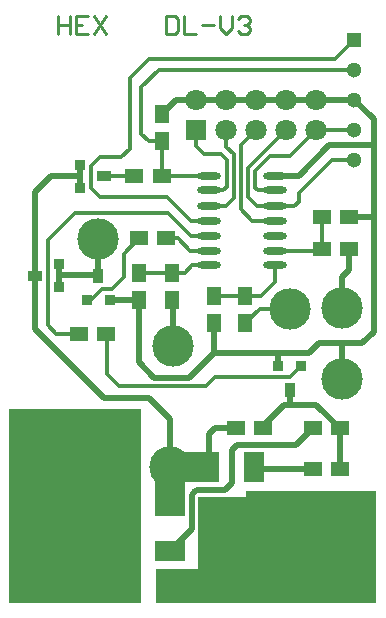
<source format=gtl>
%FSLAX42Y42*%
%MOMM*%
G71*
G01*
G75*
G04 Layer_Physical_Order=1*
G04 Layer_Color=255*
%ADD10R,1.25X0.90*%
%ADD11R,0.90X0.90*%
%ADD12R,0.90X1.25*%
%ADD13R,0.90X0.90*%
%ADD14O,2.00X0.60*%
%ADD15R,1.50X1.25*%
%ADD16R,1.25X1.50*%
%ADD17R,2.54X1.78*%
%ADD18R,7.62X5.59*%
%ADD19R,1.78X2.54*%
%ADD20R,5.59X7.62*%
%ADD21C,0.50*%
%ADD22C,0.35*%
%ADD23C,2.50*%
%ADD24C,0.30*%
%ADD25C,0.25*%
%ADD26R,11.20X16.40*%
%ADD27R,9.90X3.00*%
%ADD28R,11.10X9.60*%
%ADD29C,1.30*%
%ADD30R,1.30X1.30*%
%ADD31C,3.50*%
%ADD32R,1.80X1.80*%
%ADD33C,1.80*%
D10*
X10855Y8655D02*
D03*
X10265Y7815D02*
D03*
D11*
X10650Y8560D02*
D03*
Y8750D02*
D03*
X10470Y7910D02*
D03*
Y7720D02*
D03*
D12*
X12425Y6845D02*
D03*
X10805Y7815D02*
D03*
D13*
X12330Y7050D02*
D03*
X12520D02*
D03*
X10900Y7610D02*
D03*
X10710D02*
D03*
D14*
X12300Y8660D02*
D03*
Y8535D02*
D03*
Y8405D02*
D03*
Y8280D02*
D03*
Y8150D02*
D03*
Y8025D02*
D03*
Y7900D02*
D03*
X11740D02*
D03*
Y8025D02*
D03*
Y8150D02*
D03*
Y8280D02*
D03*
Y8405D02*
D03*
Y8535D02*
D03*
Y8660D02*
D03*
D15*
X11110D02*
D03*
X11340D02*
D03*
X12850Y6180D02*
D03*
X12620D02*
D03*
X12200Y6520D02*
D03*
X11970D02*
D03*
X12850D02*
D03*
X12620D02*
D03*
X10870Y7320D02*
D03*
X10640D02*
D03*
X12700Y8310D02*
D03*
X12930D02*
D03*
X11150Y8130D02*
D03*
X11380D02*
D03*
X12930Y8040D02*
D03*
X12700D02*
D03*
D16*
X11340Y8950D02*
D03*
Y9180D02*
D03*
X11780Y7410D02*
D03*
Y7640D02*
D03*
X11150Y7840D02*
D03*
Y7610D02*
D03*
X12050Y7410D02*
D03*
Y7640D02*
D03*
X11430Y7610D02*
D03*
Y7840D02*
D03*
D17*
X11410Y5861D02*
D03*
Y5480D02*
D03*
D18*
X10775Y5671D02*
D03*
D19*
X11739Y6190D02*
D03*
X12120D02*
D03*
D20*
X11929Y5555D02*
D03*
D21*
X11465Y9305D02*
X12970D01*
X13135Y8920D02*
Y9140D01*
X12970Y9305D02*
X13135Y9140D01*
X12380Y6720D02*
X12650D01*
X12200Y6520D02*
Y6540D01*
X12380Y6720D01*
X12650D02*
X12850Y6520D01*
X12870Y7240D02*
X13040D01*
X12670D02*
X12870D01*
Y6940D02*
Y7240D01*
X13040D02*
X13135Y7335D01*
X12590Y7160D02*
X12670Y7240D01*
X11780Y7160D02*
X12590D01*
X10265Y7365D02*
Y7815D01*
X11410Y6190D02*
Y6600D01*
X11230Y6780D02*
X11410Y6600D01*
X10850Y6780D02*
X11230D01*
X10265Y7365D02*
X10850Y6780D01*
X12330Y7050D02*
Y7160D01*
X12425Y6725D02*
Y6845D01*
X11980Y6380D02*
X12480D01*
X12620Y6520D01*
X12850Y6180D02*
Y6520D01*
X11940Y6340D02*
X11980Y6380D01*
X11940Y6060D02*
Y6340D01*
X11880Y6000D02*
X11940Y6060D01*
X11640Y6000D02*
X11880D01*
X11631Y5991D02*
X11640Y6000D01*
X11627Y5991D02*
X11631D01*
X11595Y5959D02*
X11627Y5991D01*
X11595Y5665D02*
Y5959D01*
X11410Y5480D02*
X11595Y5665D01*
X11430Y7610D02*
X11440Y7600D01*
Y7220D02*
Y7600D01*
X10900Y7610D02*
X11150D01*
X11739Y6190D02*
Y6469D01*
X11790Y6520D01*
X11970D01*
X12120Y6190D02*
X12130Y6180D01*
X12620D01*
X10265Y7815D02*
Y8520D01*
X12870Y7540D02*
Y7800D01*
X12930Y7860D01*
Y8040D01*
X10400Y8655D02*
X10650D01*
X10265Y8520D02*
X10400Y8655D01*
X10650D02*
Y8750D01*
Y8560D02*
Y8655D01*
X10470Y7820D02*
Y7910D01*
Y7720D02*
Y7820D01*
X10800Y8120D02*
X10805Y8115D01*
Y7815D02*
Y8115D01*
X10470Y7820D02*
X10800D01*
X10805Y7815D01*
X11150Y7080D02*
Y7610D01*
Y7080D02*
X11280Y6950D01*
X11570D01*
X11780Y7160D01*
Y7410D01*
X13135Y8310D02*
Y8920D01*
Y7335D02*
Y8310D01*
X12930D02*
X13135D01*
X11340Y9180D02*
X11465Y9305D01*
X12760Y8920D02*
X13135D01*
X12500Y8660D02*
X12760Y8920D01*
X12300Y8660D02*
X12500D01*
D22*
X12425Y6955D02*
X12520Y7050D01*
X11795Y6955D02*
X12425D01*
X11718Y6878D02*
X11795Y6955D01*
X10982Y6878D02*
X11718D01*
X10875Y6985D02*
X10982Y6878D01*
X10875Y6985D02*
Y7315D01*
X10870Y7320D02*
X10875Y7315D01*
X12050Y7410D02*
X12170Y7530D01*
X12430D01*
X12700Y8040D02*
Y8310D01*
X12685Y8025D02*
X12700Y8040D01*
X12300Y8025D02*
X12685D01*
X12300Y7760D02*
Y7900D01*
X12180Y7640D02*
X12300Y7760D01*
X12050Y7640D02*
X12180D01*
X11780D02*
X12050D01*
X11430Y7840D02*
X11540D01*
X11150D02*
X11430D01*
X11600Y7900D02*
X11740D01*
X11540Y7840D02*
X11600Y7900D01*
X10603Y8343D02*
X11397D01*
X10378Y7393D02*
X10450Y7320D01*
X10378Y7393D02*
Y8118D01*
X10603Y8343D01*
X11397D02*
X11590Y8150D01*
X11740D01*
X10820Y8480D02*
X11390D01*
X11590Y8280D01*
X11740D01*
X11585Y8025D02*
X11740D01*
X11480Y8130D02*
X11585Y8025D01*
X11380Y8130D02*
X11480D01*
X11020Y8000D02*
X11150Y8130D01*
X11020Y7800D02*
Y8000D01*
X10922Y7703D02*
X11020Y7800D01*
X10835Y7703D02*
X10922D01*
X10743Y7610D02*
X10835Y7703D01*
X10710Y7610D02*
X10743D01*
X10450Y7320D02*
X10640D01*
X10860Y8660D02*
X11110D01*
X10820Y8820D02*
X11000D01*
X11070Y8890D02*
Y9490D01*
X10745Y8555D02*
X10820Y8480D01*
X10745Y8555D02*
Y8745D01*
X10820Y8820D01*
X11000D02*
X11070Y8890D01*
Y9490D02*
X11230Y9650D01*
X12810D01*
X12970Y9810D01*
X12785Y8795D02*
X12970D01*
X12500Y8440D02*
Y8510D01*
X12785Y8795D01*
X11315Y9555D02*
X12970D01*
X11230Y8950D02*
X11340D01*
X11170Y9010D02*
X11230Y8950D01*
X11170Y9010D02*
Y9410D01*
X11315Y9555D01*
X11340Y8680D02*
Y8950D01*
X11360Y8660D02*
X11740D01*
X11340Y8680D02*
X11360Y8660D01*
X12300Y8405D02*
X12465D01*
X12500Y8440D01*
X12646Y9050D02*
X12970D01*
X12426Y8830D02*
X12646Y9050D01*
X12260Y8830D02*
X12426D01*
X12155Y8535D02*
X12300D01*
X12132Y8702D02*
X12260Y8830D01*
X12132Y8557D02*
Y8702D01*
Y8557D02*
X12155Y8535D01*
D23*
X12170Y5560D02*
X12440D01*
X10780Y5920D02*
Y6190D01*
X11410D02*
X11680D01*
X11410Y5920D02*
Y6190D01*
D24*
X11950Y8470D02*
Y8840D01*
X11884Y8906D02*
X11950Y8840D01*
X11884Y8906D02*
Y9050D01*
X12010Y8922D02*
X12138Y9050D01*
X12010Y8380D02*
X12110Y8280D01*
X12010Y8380D02*
Y8922D01*
X11885Y8405D02*
X11950Y8470D01*
X12070Y8728D02*
X12392Y9050D01*
X12070Y8480D02*
Y8728D01*
Y8480D02*
X12145Y8405D01*
X11840Y8840D02*
X11890Y8790D01*
Y8565D02*
Y8790D01*
X11860Y8535D02*
X11890Y8565D01*
X12145Y8405D02*
X12300D01*
X12110Y8280D02*
X12300D01*
X11740Y8405D02*
X11885D01*
X11700Y8840D02*
X11840D01*
X11630Y8910D02*
Y9050D01*
Y8910D02*
X11700Y8840D01*
X11740Y8535D02*
X11860D01*
D25*
X10460Y10012D02*
Y9860D01*
Y9936D01*
X10562D01*
Y10012D01*
Y9860D01*
X10714Y10012D02*
X10612D01*
Y9860D01*
X10714D01*
X10612Y9936D02*
X10663D01*
X10765Y10012D02*
X10866Y9860D01*
Y10012D02*
X10765Y9860D01*
X11380Y10012D02*
Y9860D01*
X11456D01*
X11482Y9885D01*
Y9987D01*
X11456Y10012D01*
X11380D01*
X11532D02*
Y9860D01*
X11634D01*
X11685Y9936D02*
X11786D01*
X11837Y10012D02*
Y9911D01*
X11888Y9860D01*
X11939Y9911D01*
Y10012D01*
X11989Y9987D02*
X12015Y10012D01*
X12066D01*
X12091Y9987D01*
Y9962D01*
X12066Y9936D01*
X12040D01*
X12066D01*
X12091Y9911D01*
Y9885D01*
X12066Y9860D01*
X12015D01*
X11989Y9885D01*
D26*
X10610Y5860D02*
D03*
D27*
X11785Y5190D02*
D03*
D28*
X12605Y5520D02*
D03*
D29*
X12970Y8795D02*
D03*
Y9050D02*
D03*
Y9305D02*
D03*
Y9555D02*
D03*
D30*
Y9810D02*
D03*
D31*
X12870Y6940D02*
D03*
X10800Y8120D02*
D03*
X11410Y6190D02*
D03*
X11440Y7220D02*
D03*
X12440Y5560D02*
D03*
X10780Y6190D02*
D03*
X12430Y7530D02*
D03*
X12870Y7540D02*
D03*
D32*
X11630Y9050D02*
D03*
D33*
Y9304D02*
D03*
X11884Y9050D02*
D03*
Y9304D02*
D03*
X12138Y9050D02*
D03*
Y9304D02*
D03*
X12392Y9050D02*
D03*
Y9304D02*
D03*
X12646Y9050D02*
D03*
Y9304D02*
D03*
M02*

</source>
